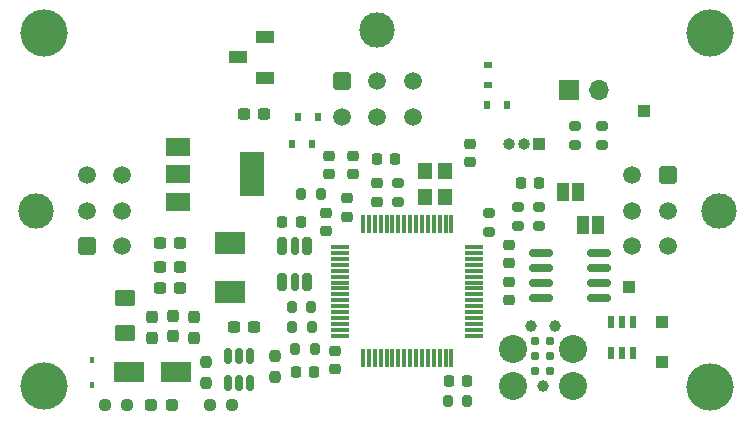
<source format=gts>
%TF.GenerationSoftware,KiCad,Pcbnew,(6.0.0)*%
%TF.CreationDate,2023-01-08T13:29:31-06:00*%
%TF.ProjectId,WheelspeedController,57686565-6c73-4706-9565-64436f6e7472,rev?*%
%TF.SameCoordinates,Original*%
%TF.FileFunction,Soldermask,Top*%
%TF.FilePolarity,Negative*%
%FSLAX46Y46*%
G04 Gerber Fmt 4.6, Leading zero omitted, Abs format (unit mm)*
G04 Created by KiCad (PCBNEW (6.0.0)) date 2023-01-08 13:29:31*
%MOMM*%
%LPD*%
G01*
G04 APERTURE LIST*
G04 Aperture macros list*
%AMRoundRect*
0 Rectangle with rounded corners*
0 $1 Rounding radius*
0 $2 $3 $4 $5 $6 $7 $8 $9 X,Y pos of 4 corners*
0 Add a 4 corners polygon primitive as box body*
4,1,4,$2,$3,$4,$5,$6,$7,$8,$9,$2,$3,0*
0 Add four circle primitives for the rounded corners*
1,1,$1+$1,$2,$3*
1,1,$1+$1,$4,$5*
1,1,$1+$1,$6,$7*
1,1,$1+$1,$8,$9*
0 Add four rect primitives between the rounded corners*
20,1,$1+$1,$2,$3,$4,$5,0*
20,1,$1+$1,$4,$5,$6,$7,0*
20,1,$1+$1,$6,$7,$8,$9,0*
20,1,$1+$1,$8,$9,$2,$3,0*%
G04 Aperture macros list end*
%ADD10C,3.000000*%
%ADD11RoundRect,0.250001X-0.499999X-0.499999X0.499999X-0.499999X0.499999X0.499999X-0.499999X0.499999X0*%
%ADD12C,1.500000*%
%ADD13R,1.000000X1.000000*%
%ADD14RoundRect,0.237500X-0.300000X-0.237500X0.300000X-0.237500X0.300000X0.237500X-0.300000X0.237500X0*%
%ADD15RoundRect,0.200000X-0.275000X0.200000X-0.275000X-0.200000X0.275000X-0.200000X0.275000X0.200000X0*%
%ADD16R,1.700000X1.700000*%
%ADD17O,1.700000X1.700000*%
%ADD18RoundRect,0.237500X-0.250000X-0.237500X0.250000X-0.237500X0.250000X0.237500X-0.250000X0.237500X0*%
%ADD19C,4.000000*%
%ADD20RoundRect,0.237500X0.237500X-0.300000X0.237500X0.300000X-0.237500X0.300000X-0.237500X-0.300000X0*%
%ADD21RoundRect,0.225000X-0.250000X0.225000X-0.250000X-0.225000X0.250000X-0.225000X0.250000X0.225000X0*%
%ADD22RoundRect,0.237500X0.237500X-0.250000X0.237500X0.250000X-0.237500X0.250000X-0.237500X-0.250000X0*%
%ADD23RoundRect,0.200000X-0.200000X-0.275000X0.200000X-0.275000X0.200000X0.275000X-0.200000X0.275000X0*%
%ADD24RoundRect,0.237500X-0.287500X-0.237500X0.287500X-0.237500X0.287500X0.237500X-0.287500X0.237500X0*%
%ADD25R,2.500000X1.900000*%
%ADD26RoundRect,0.250001X0.624999X-0.462499X0.624999X0.462499X-0.624999X0.462499X-0.624999X-0.462499X0*%
%ADD27RoundRect,0.200000X0.275000X-0.200000X0.275000X0.200000X-0.275000X0.200000X-0.275000X-0.200000X0*%
%ADD28RoundRect,0.200000X0.200000X0.275000X-0.200000X0.275000X-0.200000X-0.275000X0.200000X-0.275000X0*%
%ADD29R,1.000000X1.500000*%
%ADD30RoundRect,0.237500X0.250000X0.237500X-0.250000X0.237500X-0.250000X-0.237500X0.250000X-0.237500X0*%
%ADD31RoundRect,0.237500X-0.237500X0.250000X-0.237500X-0.250000X0.237500X-0.250000X0.237500X0.250000X0*%
%ADD32RoundRect,0.225000X0.250000X-0.225000X0.250000X0.225000X-0.250000X0.225000X-0.250000X-0.225000X0*%
%ADD33R,0.600000X0.800000*%
%ADD34R,0.550000X1.050000*%
%ADD35RoundRect,0.150000X-0.150000X0.512500X-0.150000X-0.512500X0.150000X-0.512500X0.150000X0.512500X0*%
%ADD36RoundRect,0.160000X-0.240000X0.565000X-0.240000X-0.565000X0.240000X-0.565000X0.240000X0.565000X0*%
%ADD37RoundRect,0.120000X-0.180000X0.605000X-0.180000X-0.605000X0.180000X-0.605000X0.180000X0.605000X0*%
%ADD38RoundRect,0.237500X0.300000X0.237500X-0.300000X0.237500X-0.300000X-0.237500X0.300000X-0.237500X0*%
%ADD39RoundRect,0.225000X-0.225000X-0.250000X0.225000X-0.250000X0.225000X0.250000X-0.225000X0.250000X0*%
%ADD40O,1.000000X1.000000*%
%ADD41RoundRect,0.250001X0.499999X-0.499999X0.499999X0.499999X-0.499999X0.499999X-0.499999X-0.499999X0*%
%ADD42RoundRect,0.250001X-0.499999X0.499999X-0.499999X-0.499999X0.499999X-0.499999X0.499999X0.499999X0*%
%ADD43RoundRect,0.218750X-0.256250X0.218750X-0.256250X-0.218750X0.256250X-0.218750X0.256250X0.218750X0*%
%ADD44RoundRect,0.075000X-0.075000X0.700000X-0.075000X-0.700000X0.075000X-0.700000X0.075000X0.700000X0*%
%ADD45RoundRect,0.075000X-0.700000X0.075000X-0.700000X-0.075000X0.700000X-0.075000X0.700000X0.075000X0*%
%ADD46R,1.200000X1.400000*%
%ADD47RoundRect,0.225000X0.225000X0.250000X-0.225000X0.250000X-0.225000X-0.250000X0.225000X-0.250000X0*%
%ADD48R,2.000000X1.500000*%
%ADD49R,2.000000X3.800000*%
%ADD50RoundRect,0.150000X-0.825000X-0.150000X0.825000X-0.150000X0.825000X0.150000X-0.825000X0.150000X0*%
%ADD51R,1.600000X1.000000*%
%ADD52R,0.800000X0.600000*%
%ADD53R,2.500000X1.800000*%
%ADD54R,0.450000X0.600000*%
%ADD55C,2.374900*%
%ADD56C,0.990600*%
%ADD57C,0.787400*%
G04 APERTURE END LIST*
D10*
%TO.C,J2*%
X90180000Y-72390000D03*
D11*
X87180000Y-76710000D03*
D12*
X90180000Y-76710000D03*
X93180000Y-76710000D03*
X87180000Y-79710000D03*
X90180000Y-79710000D03*
X93180000Y-79710000D03*
%TD*%
D13*
%TO.C,TP11*%
X111506000Y-94132400D03*
%TD*%
D14*
%TO.C,C4*%
X78031000Y-97536000D03*
X79756000Y-97536000D03*
%TD*%
D15*
%TO.C,R22*%
X99669600Y-87821000D03*
X99669600Y-89471000D03*
%TD*%
D16*
%TO.C,J4*%
X106421000Y-77470000D03*
D17*
X108961000Y-77470000D03*
%TD*%
D18*
%TO.C,R4*%
X67159500Y-104140000D03*
X68984500Y-104140000D03*
%TD*%
D19*
%TO.C,TP4*%
X61976000Y-102463600D03*
%TD*%
D20*
%TO.C,C1*%
X74676000Y-98398500D03*
X74676000Y-96673500D03*
%TD*%
D21*
%TO.C,C12*%
X86614000Y-99555000D03*
X86614000Y-101105000D03*
%TD*%
D22*
%TO.C,R3*%
X81534000Y-101750500D03*
X81534000Y-99925500D03*
%TD*%
D23*
%TO.C,R11*%
X82995000Y-97536000D03*
X84645000Y-97536000D03*
%TD*%
D24*
%TO.C,D7*%
X71007000Y-104140000D03*
X72757000Y-104140000D03*
%TD*%
D25*
%TO.C,L1*%
X77724000Y-94506000D03*
X77724000Y-90406000D03*
%TD*%
D26*
%TO.C,F1*%
X68834000Y-98007500D03*
X68834000Y-95032500D03*
%TD*%
D23*
%TO.C,R10*%
X83249000Y-99364800D03*
X84899000Y-99364800D03*
%TD*%
D19*
%TO.C,TP1*%
X61976000Y-72644000D03*
%TD*%
%TO.C,TP2*%
X118364000Y-102616000D03*
%TD*%
D20*
%TO.C,C3*%
X72898000Y-98298000D03*
X72898000Y-96573000D03*
%TD*%
D27*
%TO.C,R19*%
X106934000Y-82105000D03*
X106934000Y-80455000D03*
%TD*%
%TO.C,R17*%
X109220000Y-82105000D03*
X109220000Y-80455000D03*
%TD*%
D13*
%TO.C,TP9*%
X112776000Y-79248000D03*
%TD*%
D20*
%TO.C,C2*%
X71120000Y-98398500D03*
X71120000Y-96673500D03*
%TD*%
D13*
%TO.C,TP5*%
X114249200Y-97078800D03*
%TD*%
D28*
%TO.C,R23*%
X97802200Y-103784400D03*
X96152200Y-103784400D03*
%TD*%
D23*
%TO.C,R12*%
X82944200Y-95808800D03*
X84594200Y-95808800D03*
%TD*%
D29*
%TO.C,JP1*%
X105888000Y-86106000D03*
X107188000Y-86106000D03*
%TD*%
D30*
%TO.C,R2*%
X77874500Y-104140000D03*
X76049500Y-104140000D03*
%TD*%
D31*
%TO.C,R1*%
X75692000Y-100433500D03*
X75692000Y-102258500D03*
%TD*%
D32*
%TO.C,C16*%
X88138000Y-84595000D03*
X88138000Y-83045000D03*
%TD*%
D29*
%TO.C,JP2*%
X107604800Y-88849200D03*
X108904800Y-88849200D03*
%TD*%
D33*
%TO.C,D3*%
X101180000Y-78740000D03*
X99480000Y-78740000D03*
%TD*%
D34*
%TO.C,D9*%
X109946400Y-99699600D03*
X110896400Y-99699600D03*
X111846400Y-99699600D03*
X111846400Y-97099600D03*
X110896400Y-97099600D03*
X109946400Y-97099600D03*
%TD*%
D15*
%TO.C,R13*%
X102108000Y-87313000D03*
X102108000Y-88963000D03*
%TD*%
D35*
%TO.C,U1*%
X79436000Y-99954500D03*
X78486000Y-99954500D03*
X77536000Y-99954500D03*
X77536000Y-102229500D03*
X78486000Y-102229500D03*
X79436000Y-102229500D03*
%TD*%
D36*
%TO.C,D10*%
X84225000Y-90682000D03*
D37*
X83175000Y-90682000D03*
D36*
X82125000Y-90682000D03*
X82125000Y-93732000D03*
D37*
X83175000Y-93732000D03*
D36*
X84225000Y-93732000D03*
%TD*%
D27*
%TO.C,R21*%
X91948000Y-86936000D03*
X91948000Y-85286000D03*
%TD*%
D38*
%TO.C,C5*%
X73506500Y-92456000D03*
X71781500Y-92456000D03*
%TD*%
D39*
%TO.C,C11*%
X82146000Y-88651000D03*
X83696000Y-88651000D03*
%TD*%
%TO.C,C19*%
X102349000Y-85344000D03*
X103899000Y-85344000D03*
%TD*%
D13*
%TO.C,SW2*%
X103891000Y-82042000D03*
D40*
X102621000Y-82042000D03*
X101351000Y-82042000D03*
%TD*%
D38*
%TO.C,C8*%
X80618500Y-79502000D03*
X78893500Y-79502000D03*
%TD*%
D10*
%TO.C,J1*%
X61257000Y-87654000D03*
D41*
X65577000Y-90654000D03*
D12*
X65577000Y-87654000D03*
X65577000Y-84654000D03*
X68577000Y-90654000D03*
X68577000Y-87654000D03*
X68577000Y-84654000D03*
%TD*%
D13*
%TO.C,TP7*%
X114249200Y-100507800D03*
%TD*%
D32*
%TO.C,C15*%
X86106000Y-84595000D03*
X86106000Y-83045000D03*
%TD*%
D10*
%TO.C,J3*%
X119083000Y-87664000D03*
D42*
X114763000Y-84664000D03*
D12*
X114763000Y-87664000D03*
X114763000Y-90664000D03*
X111763000Y-84664000D03*
X111763000Y-87664000D03*
X111763000Y-90664000D03*
%TD*%
D43*
%TO.C,L2*%
X90170000Y-85323500D03*
X90170000Y-86898500D03*
%TD*%
D32*
%TO.C,C17*%
X101346000Y-95263000D03*
X101346000Y-93713000D03*
%TD*%
D21*
%TO.C,C9*%
X101346000Y-90563400D03*
X101346000Y-92113400D03*
%TD*%
D28*
%TO.C,R9*%
X85407000Y-86233000D03*
X83757000Y-86233000D03*
%TD*%
D32*
%TO.C,C10*%
X85852000Y-89421000D03*
X85852000Y-87871000D03*
%TD*%
%TO.C,C21*%
X98044000Y-83579000D03*
X98044000Y-82029000D03*
%TD*%
D19*
%TO.C,TP3*%
X118364000Y-72644000D03*
%TD*%
D15*
%TO.C,R15*%
X103886000Y-87313000D03*
X103886000Y-88963000D03*
%TD*%
D44*
%TO.C,U3*%
X96460000Y-88818000D03*
X95960000Y-88818000D03*
X95460000Y-88818000D03*
X94960000Y-88818000D03*
X94460000Y-88818000D03*
X93960000Y-88818000D03*
X93460000Y-88818000D03*
X92960000Y-88818000D03*
X92460000Y-88818000D03*
X91960000Y-88818000D03*
X91460000Y-88818000D03*
X90960000Y-88818000D03*
X90460000Y-88818000D03*
X89960000Y-88818000D03*
X89460000Y-88818000D03*
X88960000Y-88818000D03*
D45*
X87035000Y-90743000D03*
X87035000Y-91243000D03*
X87035000Y-91743000D03*
X87035000Y-92243000D03*
X87035000Y-92743000D03*
X87035000Y-93243000D03*
X87035000Y-93743000D03*
X87035000Y-94243000D03*
X87035000Y-94743000D03*
X87035000Y-95243000D03*
X87035000Y-95743000D03*
X87035000Y-96243000D03*
X87035000Y-96743000D03*
X87035000Y-97243000D03*
X87035000Y-97743000D03*
X87035000Y-98243000D03*
D44*
X88960000Y-100168000D03*
X89460000Y-100168000D03*
X89960000Y-100168000D03*
X90460000Y-100168000D03*
X90960000Y-100168000D03*
X91460000Y-100168000D03*
X91960000Y-100168000D03*
X92460000Y-100168000D03*
X92960000Y-100168000D03*
X93460000Y-100168000D03*
X93960000Y-100168000D03*
X94460000Y-100168000D03*
X94960000Y-100168000D03*
X95460000Y-100168000D03*
X95960000Y-100168000D03*
X96460000Y-100168000D03*
D45*
X98385000Y-98243000D03*
X98385000Y-97743000D03*
X98385000Y-97243000D03*
X98385000Y-96743000D03*
X98385000Y-96243000D03*
X98385000Y-95743000D03*
X98385000Y-95243000D03*
X98385000Y-94743000D03*
X98385000Y-94243000D03*
X98385000Y-93743000D03*
X98385000Y-93243000D03*
X98385000Y-92743000D03*
X98385000Y-92243000D03*
X98385000Y-91743000D03*
X98385000Y-91243000D03*
X98385000Y-90743000D03*
%TD*%
D46*
%TO.C,Y1*%
X95896800Y-86499800D03*
X95896800Y-84299800D03*
X94196800Y-84299800D03*
X94196800Y-86499800D03*
%TD*%
D38*
%TO.C,C6*%
X73506500Y-94234000D03*
X71781500Y-94234000D03*
%TD*%
D47*
%TO.C,C22*%
X91707000Y-83312000D03*
X90157000Y-83312000D03*
%TD*%
D43*
%TO.C,D8*%
X87630000Y-86588500D03*
X87630000Y-88163500D03*
%TD*%
D47*
%TO.C,C13*%
X84849000Y-101346000D03*
X83299000Y-101346000D03*
%TD*%
D48*
%TO.C,U2*%
X73304000Y-82282000D03*
X73304000Y-84582000D03*
D49*
X79604000Y-84582000D03*
D48*
X73304000Y-86882000D03*
%TD*%
D47*
%TO.C,C14*%
X97803000Y-102113000D03*
X96253000Y-102113000D03*
%TD*%
D33*
%TO.C,D1*%
X82970000Y-82042000D03*
X84670000Y-82042000D03*
%TD*%
D50*
%TO.C,U4*%
X104001800Y-91262200D03*
X104001800Y-92532200D03*
X104001800Y-93802200D03*
X104001800Y-95072200D03*
X108951800Y-95072200D03*
X108951800Y-93802200D03*
X108951800Y-92532200D03*
X108951800Y-91262200D03*
%TD*%
D51*
%TO.C,SW1*%
X80652000Y-76426000D03*
X78352000Y-74676000D03*
X80652000Y-72926000D03*
%TD*%
D52*
%TO.C,D4*%
X99568000Y-77050000D03*
X99568000Y-75350000D03*
%TD*%
D38*
%TO.C,C7*%
X73506500Y-90424000D03*
X71781500Y-90424000D03*
%TD*%
D33*
%TO.C,D2*%
X85178000Y-79756000D03*
X83478000Y-79756000D03*
%TD*%
D53*
%TO.C,D6*%
X73120000Y-101346000D03*
X69120000Y-101346000D03*
%TD*%
D54*
%TO.C,D5*%
X66040000Y-100296000D03*
X66040000Y-102396000D03*
%TD*%
D55*
%TO.C,J6*%
X101650800Y-102539800D03*
D56*
X104190800Y-102539800D03*
D55*
X106730800Y-102539800D03*
D56*
X105206800Y-97459800D03*
D55*
X106730800Y-99364800D03*
D56*
X103174800Y-97459800D03*
D55*
X101650800Y-99364800D03*
D57*
X104825800Y-101269800D03*
X103555800Y-101269800D03*
X104825800Y-99999800D03*
X103555800Y-99999800D03*
X104825800Y-98729800D03*
X103555800Y-98729800D03*
%TD*%
M02*

</source>
